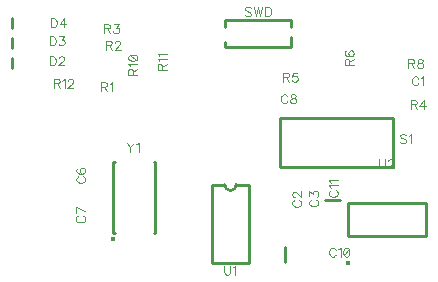
<source format=gbr>
G04 DipTrace 3.3.1.3*
G04 TopSilk.gbr*
%MOIN*%
G04 #@! TF.FileFunction,Legend,Top*
G04 #@! TF.Part,Single*
%ADD10C,0.009843*%
%ADD39C,0.015403*%
%ADD42C,0.015455*%
%ADD85C,0.004632*%
%FSLAX26Y26*%
G04*
G70*
G90*
G75*
G01*
G04 TopSilk*
%LPD*%
X1328035Y463992D2*
D10*
Y515134D1*
X1459478Y672039D2*
X1510619D1*
X416718Y1110798D2*
Y1142294D1*
X416585Y1178352D2*
Y1209848D1*
X416272Y1244298D2*
Y1275794D1*
X1311075Y943674D2*
X1686075D1*
Y781174D1*
X1311075D1*
Y943674D1*
X1126781Y1179295D2*
X1345281D1*
X1346269Y1212727D2*
Y1179295D1*
X1126781Y1269846D2*
X1345281D1*
Y1248196D1*
X1126781Y1269846D2*
Y1248196D1*
Y1197007D2*
Y1179295D1*
X1081778Y722052D2*
Y462192D1*
X1207750Y722052D2*
Y462192D1*
X1081778D2*
X1207750D1*
X1081778Y722052D2*
X1125075D1*
X1164452D2*
X1207750D1*
X1125075D2*
G03X1164452Y722052I19689J-9D01*
G01*
D39*
X1538149Y461488D3*
X1537110Y550738D2*
D10*
X1796939D1*
X1537110Y660974D2*
X1796939D1*
Y550738D2*
Y660974D1*
X1537110Y550738D2*
Y660974D1*
D42*
X752568Y538950D3*
X892448Y798274D2*
D10*
X888507D1*
X892448Y562074D2*
X888507D1*
X758583D2*
X754656D1*
X758583Y798274D2*
X754656D1*
X892448Y562074D2*
Y798274D1*
X754656Y562074D2*
Y798274D1*
X1771278Y1075453D2*
D85*
X1769852Y1078305D1*
X1766967Y1081190D1*
X1764115Y1082616D1*
X1758378D1*
X1755493Y1081190D1*
X1752641Y1078305D1*
X1751182Y1075453D1*
X1749756Y1071142D1*
Y1063946D1*
X1751182Y1059668D1*
X1752641Y1056783D1*
X1755493Y1053931D1*
X1758378Y1052472D1*
X1764115D1*
X1766967Y1053931D1*
X1769852Y1056783D1*
X1771278Y1059668D1*
X1780541Y1076846D2*
X1783426Y1078305D1*
X1787738Y1082583D1*
Y1052472D1*
X1358229Y670009D2*
X1355377Y668583D1*
X1352492Y665698D1*
X1351066Y662846D1*
Y657109D1*
X1352492Y654224D1*
X1355377Y651372D1*
X1358229Y649913D1*
X1362540Y648487D1*
X1369736D1*
X1374014Y649913D1*
X1376899Y651372D1*
X1379751Y654224D1*
X1381210Y657109D1*
Y662846D1*
X1379751Y665698D1*
X1376899Y668583D1*
X1374014Y670009D1*
X1358262Y680732D2*
X1356836D1*
X1353951Y682158D1*
X1352525Y683584D1*
X1351099Y686469D1*
Y692206D1*
X1352525Y695058D1*
X1353951Y696484D1*
X1356836Y697943D1*
X1359688D1*
X1362573Y696484D1*
X1366851Y693632D1*
X1381210Y679273D1*
Y699369D1*
X1414560Y671283D2*
X1411708Y669857D1*
X1408823Y666972D1*
X1407397Y664120D1*
Y658384D1*
X1408823Y655498D1*
X1411708Y652647D1*
X1414560Y651187D1*
X1418871Y649761D1*
X1426067D1*
X1430345Y651187D1*
X1433230Y652647D1*
X1436082Y655498D1*
X1437541Y658383D1*
Y664120D1*
X1436082Y666972D1*
X1433230Y669857D1*
X1430345Y671283D1*
X1407430Y683432D2*
Y699184D1*
X1418904Y690595D1*
Y694906D1*
X1420330Y697758D1*
X1421756Y699184D1*
X1426067Y700643D1*
X1428919D1*
X1433230Y699184D1*
X1436115Y696332D1*
X1437541Y692021D1*
Y687710D1*
X1436115Y683432D1*
X1434656Y682006D1*
X1431804Y680547D1*
X638044Y749383D2*
X635192Y747957D1*
X632307Y745072D1*
X630881Y742220D1*
Y736483D1*
X632307Y733598D1*
X635192Y730746D1*
X638044Y729287D1*
X642355Y727861D1*
X649551D1*
X653829Y729287D1*
X656714Y730746D1*
X659566Y733598D1*
X661025Y736483D1*
Y742220D1*
X659566Y745072D1*
X656714Y747957D1*
X653829Y749383D1*
X635192Y775857D2*
X632340Y774432D1*
X630914Y770121D1*
Y767269D1*
X632340Y762958D1*
X636651Y760073D1*
X643814Y758647D1*
X650977D1*
X656714Y760072D1*
X659599Y762958D1*
X661025Y767269D1*
Y768694D1*
X659599Y772972D1*
X656714Y775857D1*
X652403Y777283D1*
X650977D1*
X646666Y775857D1*
X643814Y772972D1*
X642388Y768695D1*
Y767269D1*
X643814Y762958D1*
X646666Y760072D1*
X650977Y758647D1*
X636807Y617539D2*
X633955Y616113D1*
X631070Y613228D1*
X629644Y610376D1*
Y604639D1*
X631070Y601754D1*
X633955Y598902D1*
X636807Y597443D1*
X641118Y596017D1*
X648314D1*
X652592Y597443D1*
X655477Y598902D1*
X658329Y601754D1*
X659788Y604639D1*
Y610376D1*
X658329Y613228D1*
X655477Y616113D1*
X652592Y617539D1*
X659788Y632540D2*
X629677Y646899D1*
Y626803D1*
X1334784Y1016074D2*
X1333358Y1018926D1*
X1330473Y1021811D1*
X1327621Y1023237D1*
X1321884D1*
X1318999Y1021811D1*
X1316147Y1018926D1*
X1314688Y1016074D1*
X1313262Y1011763D1*
Y1004567D1*
X1314688Y1000289D1*
X1316147Y997404D1*
X1318999Y994552D1*
X1321884Y993093D1*
X1327621D1*
X1330473Y994552D1*
X1333358Y997404D1*
X1334784Y1000289D1*
X1351211Y1023204D2*
X1346933Y1021778D1*
X1345474Y1018926D1*
Y1016041D1*
X1346933Y1013189D1*
X1349785Y1011730D1*
X1355522Y1010304D1*
X1359833Y1008878D1*
X1362685Y1005993D1*
X1364111Y1003141D1*
Y998830D1*
X1362685Y995978D1*
X1361259Y994519D1*
X1356948Y993093D1*
X1351211D1*
X1346933Y994519D1*
X1345474Y995978D1*
X1344048Y998830D1*
Y1003141D1*
X1345474Y1005993D1*
X1348359Y1008878D1*
X1352637Y1010304D1*
X1358374Y1011730D1*
X1361259Y1013189D1*
X1362685Y1016041D1*
Y1018926D1*
X1361259Y1021778D1*
X1356948Y1023204D1*
X1351211D1*
X1495427Y504304D2*
X1494002Y507156D1*
X1491116Y510041D1*
X1488265Y511467D1*
X1482528D1*
X1479643Y510041D1*
X1476791Y507156D1*
X1475331Y504304D1*
X1473906Y499993D1*
Y492797D1*
X1475331Y488519D1*
X1476791Y485634D1*
X1479643Y482782D1*
X1482528Y481323D1*
X1488265D1*
X1491116Y482782D1*
X1494002Y485634D1*
X1495427Y488519D1*
X1504691Y505697D2*
X1507576Y507156D1*
X1511887Y511433D1*
Y481323D1*
X1529773Y511433D2*
X1525462Y510008D1*
X1522577Y505697D1*
X1521151Y498534D1*
Y494223D1*
X1522577Y487060D1*
X1525462Y482749D1*
X1529773Y481323D1*
X1532625D1*
X1536936Y482749D1*
X1539788Y487060D1*
X1541247Y494223D1*
Y498534D1*
X1539788Y505697D1*
X1536936Y510008D1*
X1532625Y511433D1*
X1529773D1*
X1539788Y505697D2*
X1522577Y487060D1*
X1479703Y702771D2*
X1476851Y701345D1*
X1473966Y698460D1*
X1472540Y695608D1*
Y689871D1*
X1473966Y686986D1*
X1476851Y684134D1*
X1479703Y682675D1*
X1484014Y681249D1*
X1491210D1*
X1495488Y682675D1*
X1498373Y684134D1*
X1501225Y686986D1*
X1502684Y689871D1*
Y695608D1*
X1501225Y698460D1*
X1498373Y701345D1*
X1495488Y702771D1*
X1478310Y712035D2*
X1476851Y714920D1*
X1472573Y719231D1*
X1502684D1*
X1478310Y728494D2*
X1476851Y731379D1*
X1472573Y735690D1*
X1502684D1*
X541683Y1149860D2*
Y1119716D1*
X551731D1*
X556042Y1121175D1*
X558927Y1124027D1*
X560353Y1126912D1*
X561779Y1131190D1*
Y1138386D1*
X560353Y1142697D1*
X558927Y1145549D1*
X556042Y1148434D1*
X551731Y1149860D1*
X541683D1*
X572502Y1142664D2*
Y1144090D1*
X573928Y1146975D1*
X575354Y1148401D1*
X578239Y1149827D1*
X583976D1*
X586828Y1148401D1*
X588253Y1146975D1*
X589713Y1144090D1*
Y1141238D1*
X588253Y1138353D1*
X585402Y1134075D1*
X571043Y1119716D1*
X591139D1*
X542356Y1215803D2*
Y1185659D1*
X552404D1*
X556715Y1187118D1*
X559600Y1189970D1*
X561026Y1192855D1*
X562452Y1197133D1*
Y1204329D1*
X561026Y1208640D1*
X559600Y1211492D1*
X556715Y1214377D1*
X552404Y1215803D1*
X542356D1*
X574601Y1215769D2*
X590353D1*
X581764Y1204295D1*
X586075D1*
X588927Y1202870D1*
X590353Y1201444D1*
X591812Y1197133D1*
Y1194281D1*
X590353Y1189970D1*
X587501Y1187085D1*
X583190Y1185659D1*
X578879D1*
X574601Y1187085D1*
X573175Y1188544D1*
X571716Y1191396D1*
X546166Y1276106D2*
Y1245962D1*
X556214D1*
X560525Y1247421D1*
X563410Y1250273D1*
X564836Y1253158D1*
X566262Y1257436D1*
Y1264632D1*
X564836Y1268943D1*
X563410Y1271795D1*
X560525Y1274680D1*
X556214Y1276106D1*
X546166D1*
X589884Y1245962D2*
Y1276073D1*
X575525Y1256010D1*
X597047D1*
X713137Y1048213D2*
X726037D1*
X730348Y1049672D1*
X731807Y1051098D1*
X733233Y1053950D1*
Y1056835D1*
X731807Y1059687D1*
X730348Y1061146D1*
X726037Y1062572D1*
X713137D1*
Y1032428D1*
X723185Y1048213D2*
X733233Y1032428D1*
X742496Y1056802D2*
X745381Y1058261D1*
X749693Y1062538D1*
Y1032428D1*
X729242Y1187112D2*
X742142D1*
X746453Y1188571D1*
X747912Y1189997D1*
X749338Y1192849D1*
Y1195734D1*
X747912Y1198586D1*
X746453Y1200045D1*
X742142Y1201471D1*
X729242D1*
Y1171327D1*
X739290Y1187112D2*
X749338Y1171327D1*
X760061Y1194274D2*
Y1195700D1*
X761487Y1198586D1*
X762913Y1200011D1*
X765798Y1201437D1*
X771535D1*
X774387Y1200011D1*
X775813Y1198586D1*
X777272Y1195700D1*
Y1192849D1*
X775813Y1189963D1*
X772961Y1185686D1*
X758602Y1171327D1*
X778698D1*
X723801Y1242551D2*
X736701D1*
X741012Y1244010D1*
X742471Y1245436D1*
X743897Y1248288D1*
Y1251173D1*
X742471Y1254025D1*
X741012Y1255484D1*
X736701Y1256910D1*
X723801D1*
Y1226766D1*
X733849Y1242551D2*
X743897Y1226766D1*
X756046Y1256877D2*
X771798D1*
X763209Y1245403D1*
X767520D1*
X770372Y1243977D1*
X771798Y1242551D1*
X773257Y1238240D1*
Y1235388D1*
X771798Y1231077D1*
X768946Y1228192D1*
X764635Y1226766D1*
X760324D1*
X756046Y1228192D1*
X754620Y1229651D1*
X753161Y1232503D1*
X1745477Y989238D2*
X1758376D1*
X1762688Y990697D1*
X1764147Y992123D1*
X1765573Y994975D1*
Y997860D1*
X1764147Y1000712D1*
X1762688Y1002171D1*
X1758376Y1003597D1*
X1745477D1*
Y973453D1*
X1755525Y989238D2*
X1765573Y973453D1*
X1789195D2*
Y1003563D1*
X1774836Y983501D1*
X1796358D1*
X1319972Y1080152D2*
X1332872D1*
X1337183Y1081611D1*
X1338642Y1083037D1*
X1340068Y1085889D1*
Y1088774D1*
X1338642Y1091626D1*
X1337183Y1093085D1*
X1332872Y1094511D1*
X1319972D1*
Y1064367D1*
X1330020Y1080152D2*
X1340068Y1064367D1*
X1366542Y1094478D2*
X1352216D1*
X1350790Y1081578D1*
X1352216Y1083004D1*
X1356527Y1084463D1*
X1360805D1*
X1365116Y1083004D1*
X1368001Y1080152D1*
X1369427Y1075841D1*
Y1072989D1*
X1368001Y1068678D1*
X1365116Y1065793D1*
X1360805Y1064367D1*
X1356527D1*
X1352216Y1065793D1*
X1350790Y1067252D1*
X1349331Y1070104D1*
X1540201Y1121449D2*
Y1134349D1*
X1538742Y1138660D1*
X1537316Y1140119D1*
X1534464Y1141545D1*
X1531579D1*
X1528727Y1140119D1*
X1527268Y1138660D1*
X1525842Y1134349D1*
Y1121449D1*
X1555986D1*
X1540201Y1131497D2*
X1555986Y1141545D1*
X1530153Y1168020D2*
X1527301Y1166594D1*
X1525875Y1162283D1*
Y1159431D1*
X1527301Y1155120D1*
X1531612Y1152235D1*
X1538775Y1150809D1*
X1545938D1*
X1551675Y1152235D1*
X1554560Y1155120D1*
X1555986Y1159431D1*
Y1160857D1*
X1554560Y1165135D1*
X1551675Y1168020D1*
X1547364Y1169446D1*
X1545938D1*
X1541627Y1168020D1*
X1538775Y1165135D1*
X1537349Y1160857D1*
Y1159431D1*
X1538775Y1155120D1*
X1541627Y1152235D1*
X1545938Y1150809D1*
X1737889Y1125770D2*
X1750788D1*
X1755099Y1127229D1*
X1756559Y1128655D1*
X1757985Y1131507D1*
Y1134392D1*
X1756559Y1137244D1*
X1755099Y1138703D1*
X1750788Y1140129D1*
X1737889D1*
Y1109985D1*
X1747937Y1125770D2*
X1757985Y1109985D1*
X1774411Y1140096D2*
X1770133Y1138670D1*
X1768674Y1135818D1*
Y1132933D1*
X1770133Y1130081D1*
X1772985Y1128622D1*
X1778722Y1127196D1*
X1783033Y1125770D1*
X1785885Y1122885D1*
X1787311Y1120033D1*
Y1115722D1*
X1785885Y1112870D1*
X1784459Y1111411D1*
X1780148Y1109985D1*
X1774411D1*
X1770133Y1111411D1*
X1768674Y1112870D1*
X1767248Y1115722D1*
Y1120033D1*
X1768674Y1122885D1*
X1771559Y1125770D1*
X1775837Y1127196D1*
X1781574Y1128622D1*
X1784459Y1130081D1*
X1785885Y1132933D1*
Y1135818D1*
X1784459Y1138670D1*
X1780148Y1140096D1*
X1774411D1*
X818432Y1088424D2*
Y1101324D1*
X816973Y1105635D1*
X815547Y1107094D1*
X812695Y1108520D1*
X809810D1*
X806958Y1107094D1*
X805499Y1105635D1*
X804073Y1101324D1*
Y1088424D1*
X834217D1*
X818432Y1098472D2*
X834217Y1108520D1*
X809843Y1117784D2*
X808384Y1120669D1*
X804106Y1124980D1*
X834217D1*
X804106Y1142866D2*
X805532Y1138555D1*
X809843Y1135669D1*
X817006Y1134244D1*
X821317D1*
X828480Y1135669D1*
X832791Y1138555D1*
X834217Y1142866D1*
Y1145717D1*
X832791Y1150028D1*
X828480Y1152880D1*
X821317Y1154340D1*
X817006D1*
X809843Y1152880D1*
X805532Y1150029D1*
X804106Y1145717D1*
Y1142866D1*
X809843Y1152880D2*
X828480Y1135669D1*
X916223Y1105471D2*
Y1118371D1*
X914764Y1122682D1*
X913338Y1124142D1*
X910486Y1125567D1*
X907601D1*
X904749Y1124142D1*
X903290Y1122682D1*
X901864Y1118371D1*
Y1105471D1*
X932008D1*
X916223Y1115519D2*
X932008Y1125567D1*
X907634Y1134831D2*
X906175Y1137716D1*
X901897Y1142027D1*
X932008D1*
X907634Y1151291D2*
X906175Y1154176D1*
X901897Y1158487D1*
X932008D1*
X555523Y1059720D2*
X568423D1*
X572734Y1061180D1*
X574193Y1062606D1*
X575619Y1065457D1*
Y1068343D1*
X574193Y1071194D1*
X572734Y1072654D1*
X568423Y1074080D1*
X555523D1*
Y1043936D1*
X565571Y1059720D2*
X575619Y1043936D1*
X584882Y1068309D2*
X587767Y1069768D1*
X592078Y1074046D1*
Y1043936D1*
X602801Y1066883D2*
Y1068309D1*
X604227Y1071194D1*
X605653Y1072620D1*
X608538Y1074046D1*
X614275D1*
X617127Y1072620D1*
X618553Y1071194D1*
X620012Y1068309D1*
Y1065457D1*
X618553Y1062572D1*
X615701Y1058295D1*
X601342Y1043936D1*
X621438D1*
X1730932Y885761D2*
X1728080Y888646D1*
X1723769Y890072D1*
X1718032D1*
X1713721Y888646D1*
X1710836Y885761D1*
Y882909D1*
X1712295Y880024D1*
X1713721Y878598D1*
X1716573Y877172D1*
X1725195Y874287D1*
X1728080Y872861D1*
X1729506Y871402D1*
X1730932Y868550D1*
Y864239D1*
X1728080Y861387D1*
X1723769Y859928D1*
X1718032D1*
X1713721Y861387D1*
X1710836Y864239D1*
X1740196Y884302D2*
X1743081Y885761D1*
X1747392Y890039D1*
Y859928D1*
X1212902Y1309469D2*
X1210050Y1312354D1*
X1205739Y1313780D1*
X1200002D1*
X1195691Y1312354D1*
X1192806Y1309469D1*
Y1306617D1*
X1194265Y1303732D1*
X1195691Y1302306D1*
X1198543Y1300880D1*
X1207165Y1297995D1*
X1210050Y1296569D1*
X1211476Y1295110D1*
X1212902Y1292258D1*
Y1287947D1*
X1210050Y1285095D1*
X1205739Y1283636D1*
X1200002D1*
X1195691Y1285095D1*
X1192806Y1287947D1*
X1222166Y1313780D2*
X1229362Y1283636D1*
X1236525Y1313780D1*
X1243688Y1283636D1*
X1250884Y1313780D1*
X1260148D2*
Y1283636D1*
X1270196D1*
X1274507Y1285095D1*
X1277392Y1287947D1*
X1278818Y1290832D1*
X1280244Y1295110D1*
Y1302306D1*
X1278818Y1306617D1*
X1277392Y1309469D1*
X1274507Y1312354D1*
X1270196Y1313780D1*
X1260148D1*
X1123796Y452164D2*
Y430642D1*
X1125222Y426331D1*
X1128107Y423479D1*
X1132418Y422020D1*
X1135270D1*
X1139581Y423479D1*
X1142466Y426331D1*
X1143892Y430642D1*
Y452164D1*
X1153155Y446394D2*
X1156040Y447853D1*
X1160351Y452131D1*
Y422020D1*
X1638966Y806286D2*
Y784764D1*
X1640392Y780453D1*
X1643277Y777601D1*
X1647588Y776142D1*
X1650440D1*
X1654751Y777601D1*
X1657636Y780453D1*
X1659062Y784764D1*
Y806286D1*
X1669784Y799090D2*
Y800516D1*
X1671210Y803401D1*
X1672636Y804827D1*
X1675521Y806253D1*
X1681258D1*
X1684110Y804827D1*
X1685536Y803401D1*
X1686995Y800516D1*
Y797664D1*
X1685536Y794779D1*
X1682684Y790501D1*
X1668325Y776142D1*
X1688421D1*
X798941Y861905D2*
X810415Y847546D1*
Y831761D1*
X821888Y861905D2*
X810415Y847546D1*
X831152Y856135D2*
X834037Y857594D1*
X838348Y861872D1*
Y831761D1*
M02*

</source>
